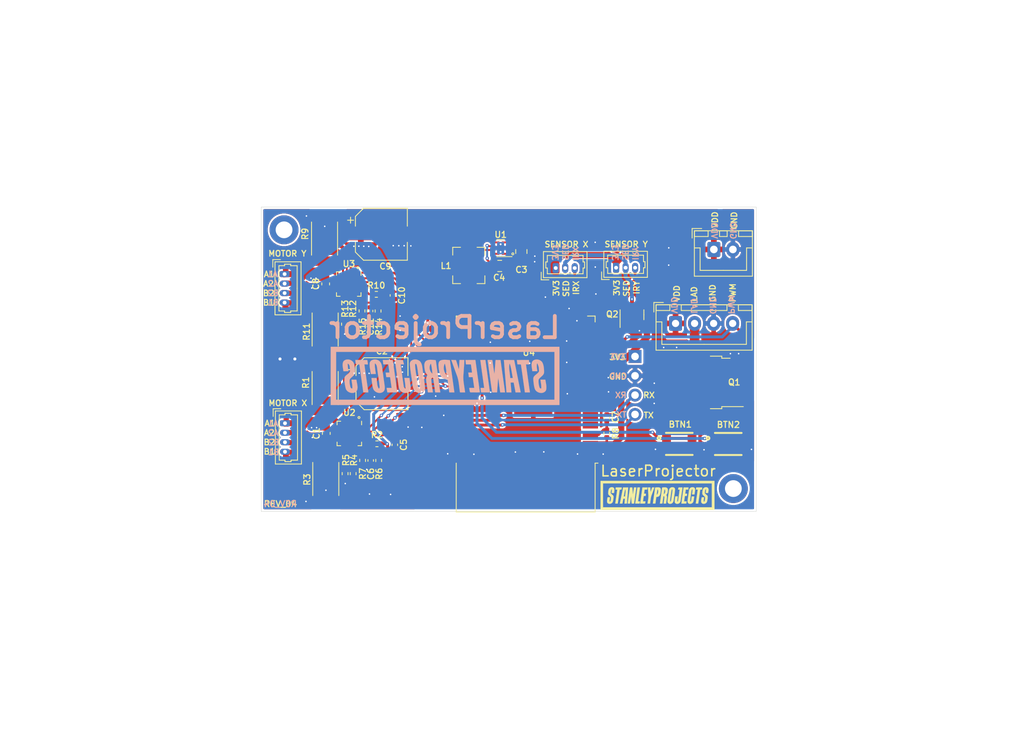
<source format=kicad_pcb>
(kicad_pcb (version 20211014) (generator pcbnew)
  (layers (0 "F.Cu" signal) (31 "B.Cu" signal) (34 "B.Paste" user) (35 "F.Paste" user) (36 "B.SilkS" user "B.Silkscreen") (37 "F.SilkS" user "F.Silkscreen") (38 "B.Mask" user) (39 "F.Mask" user) (44 "Edge.Cuts" user))
  (net 0 "")
  (net 1 "GND")
  (net 2 "+3V3")
  (net 3 "VDD")
  (net 4 "Net-(R4-Pad2)")
  (net 5 "MODE1")
  (net 6 "MODE2")
  (net 7 "HOME_Y")
  (net 8 "HOME_X")
  (net 9 "HOME_G")
  (net 10 "DIR_Y")
  (net 11 "Net-(R9-Pad2)")
  (net 12 "DIR_X")
  (net 13 "STEP_X")
  (net 14 "STEP_Y")
  (net 15 "EN")
  (net 16 "RX")
  (net 17 "TX")
  (net 18 "Net-(C6-Pad1)")
  (net 19 "Net-(C11-Pad1)")
  (net 20 "XA2")
  (net 21 "XA1")
  (net 22 "YA2")
  (net 23 "YB2")
  (net 24 "YA1")
  (net 25 "YB1")
  (net 26 "Net-(R1-Pad2)")
  (net 27 "Net-(R2-Pad1)")
  (net 28 "Net-(R3-Pad2)")
  (net 29 "Net-(R6-Pad1)")
  (net 30 "Net-(R10-Pad1)")
  (net 31 "Net-(R11-Pad2)")
  (net 32 "Net-(R12-Pad2)")
  (net 33 "Net-(R14-Pad1)")
  (net 34 "XB1")
  (net 35 "XB2")
  (net 36 "Net-(U4-Pad24)")
  (net 37 "Net-(U4-Pad22)")
  (net 38 "Net-(U4-Pad21)")
  (net 39 "Net-(U4-Pad20)")
  (net 40 "Net-(U4-Pad19)")
  (net 41 "Net-(U4-Pad18)")
  (net 42 "Net-(U4-Pad17)")
  (net 43 "Net-(U4-Pad14)")
  (net 44 "Net-(U4-Pad10)")
  (net 45 "Net-(U4-Pad9)")
  (net 46 "Net-(U4-Pad8)")
  (net 47 "Net-(U4-Pad7)")
  (net 48 "Net-(U4-Pad6)")
  (net 49 "Net-(U4-Pad5)")
  (net 50 "Net-(U4-Pad4)")
  (net 51 "Net-(U4-Pad32)")
  (net 52 "BTN2")
  (net 53 "BTN1")
  (net 54 "Net-(U4-Pad27)")
  (net 55 "Net-(U4-Pad23)")
  (net 56 "Net-(L1-Pad1)")
  (net 57 "HOME_D")
  (net 58 "LASER_PWM")
  (net 59 "LASER_D")
  (net 60 "Net-(C7-Pad1)")
  (footprint "StanleyProjects:Molex_PicoBlade_53047-0310_1x03_P1.25mm_Vertical" (layer "F.Cu") (at 158.22 86.48)
    (fp_text reference "J3" hide)
    (fp_text value "J_Molex-PicoBlade-3P-P1.25mm" hide)
  )
  (footprint "Package_TO_SOT_SMD:TO-252-2" (layer "F.Cu") (at 176.33 101.51 180)
    (fp_text reference "Q1")
    (fp_text value "NCE2060K")
  )
  (footprint "StanleyProjects:Molex_PicoBlade_53047-0310_1x03_P1.25mm_Vertical" (layer "F.Cu") (at 166.15 86.44)
    (fp_text reference "J4" hide)
    (fp_text value "J_Molex-PicoBlade-3P-P1.25mm" hide)
  )
  (footprint "Package_TO_SOT_SMD:SOT-23" (layer "F.Cu") (at 167.01 92.62 90)
    (fp_text reference "Q2")
    (fp_text value "NMOS")
  )
  (footprint "Connector_JST:JST_XH_B4B-XH-A_1x04_P2.50mm_Vertical" (layer "F.Cu") (at 172.73 93.76)
    (fp_text reference "J5" hide)
    (fp_text value "JST-XH-B4B")
  )
  (footprint "StanleyProjects:Molex_PicoBlade_53047-0410_1x04_P1.25mm_Vertical" (layer "F.Cu") (at 121.39 89.14 -90)
    (fp_text reference "J7" hide)
    (fp_text value "J_Molex-PicoBlade-4P-P1.25mm")
  )
  (footprint "MountingHole:MountingHole_2.2mm_M2_DIN965_Pad" (layer "F.Cu") (at 180.32 115.46)
    (fp_text reference "REF**" hide)
    (fp_text value "MountingHole_2.2mm_M2_DIN965_Pad")
  )
  (footprint "MountingHole:MountingHole_2.2mm_M2_DIN965_Pad" (layer "F.Cu") (at 121.32 81.46)
    (fp_text reference "REF**" hide)
    (fp_text value "MountingHole_2.2mm_M2_DIN965_Pad")
  )
  (footprint "Capacitor_SMD:C_0402_1005Metric" (layer "F.Cu") (at 163.7 106.2 90)
    (fp_text reference "C7")
    (fp_text value "100nF")
  )
  (footprint "Resistor_SMD:R_0402_1005Metric" (layer "F.Cu") (at 163.7 108.21 -90)
    (fp_text reference "R8")
    (fp_text value "10k")
  )
  (footprint "StanleyProjects:Molex_PicoBlade_53047-0410_1x04_P1.25mm_Vertical" (layer "F.Cu") (at 121.44 108.74 -90)
    (fp_text reference "J1" hide)
    (fp_text value "J_Molex-PicoBlade-4P-P1.25mm")
  )
  (footprint "Resistor_SMD:R_0402_1005Metric" (layer "F.Cu") (at 129.337568 113.497682 -90)
    (fp_text reference "R5")
    (fp_text value "3k")
  )
  (footprint "StanleyProjects:STSPIN220" (layer "F.Cu") (at 129.895367 108.219285 -90)
    (fp_text reference "U2")
    (fp_text value "STSPIN220")
  )
  (footprint "Resistor_SMD:R_0402_1005Metric" (layer "F.Cu") (at 133.747568 111.767681 90)
    (fp_text reference "R6")
    (fp_text value "1k")
  )
  (footprint "Resistor_SMD:R_0402_1005Metric" (layer "F.Cu") (at 130.397568 113.497682 90)
    (fp_text reference "R4")
    (fp_text value "100k")
  )
  (footprint "Capacitor_SMD:C_0402_1005Metric" (layer "F.Cu") (at 132.697569 111.767682 -90)
    (fp_text reference "C6")
    (fp_text value "22nF")
  )
  (footprint "Resistor_SMD:R_2512_6332Metric" (layer "F.Cu") (at 126.8 114.2 90)
    (fp_text reference "R3")
    (fp_text value "0.2R")
  )
  (footprint "Resistor_SMD:R_2512_6332Metric" (layer "F.Cu") (at 126.72 102.25 -90)
    (fp_text reference "R1")
    (fp_text value "0.2R")
  )
  (footprint "Capacitor_SMD:C_0603_1608Metric" (layer "F.Cu") (at 126.867568 108.207682 -90)
    (fp_text reference "C1")
    (fp_text value "2.2uF")
  )
  (footprint "Resistor_SMD:R_0402_1005Metric" (layer "F.Cu") (at 133.517568 109.577682)
    (fp_text reference "R2")
    (fp_text value "47k")
  )
  (footprint "Capacitor_SMD:C_0402_1005Metric" (layer "F.Cu") (at 135.87 109.71 -90)
    (fp_text reference "C5")
    (fp_text value "1nF")
  )
  (footprint "Resistor_SMD:R_0402_1005Metric" (layer "F.Cu") (at 131.637568 111.757682 -90)
    (fp_text reference "R7")
    (fp_text value "10k")
  )
  (footprint "Capacitor_SMD:CP_Elec_6.3x5.8" (layer "F.Cu") (at 134.18 101.68)
    (fp_text reference "C2")
    (fp_text value "22uF")
  )
  (footprint "Resistor_SMD:R_0402_1005Metric" (layer "F.Cu") (at 131.557568 92.117682 -90)
    (fp_text reference "R15")
    (fp_text value "10k")
  )
  (footprint "Capacitor_SMD:C_0402_1005Metric" (layer "F.Cu") (at 135.617568 90.077682 -90)
    (fp_text reference "C10")
    (fp_text value "1nF")
  )
  (footprint "Resistor_SMD:R_0402_1005Metric" (layer "F.Cu") (at 133.437568 89.937682)
    (fp_text reference "R10")
    (fp_text value "47k")
  )
  (footprint "Capacitor_SMD:C_0603_1608Metric" (layer "F.Cu") (at 126.787568 88.567682 -90)
    (fp_text reference "C8")
    (fp_text value "2.2uF")
  )
  (footprint "Resistor_SMD:R_2512_6332Metric" (layer "F.Cu") (at 126.64 82.61 -90)
    (fp_text reference "R9")
    (fp_text value "0.2R")
  )
  (footprint "Resistor_SMD:R_2512_6332Metric" (layer "F.Cu") (at 126.72 94.56 90)
    (fp_text reference "R11")
    (fp_text value "0.2R")
  )
  (footprint "Capacitor_SMD:C_0402_1005Metric" (layer "F.Cu") (at 132.617569 92.127682 -90)
    (fp_text reference "C11")
    (fp_text value "22nF")
  )
  (footprint "Resistor_SMD:R_0402_1005Metric" (layer "F.Cu") (at 130.317568 93.857682 90)
    (fp_text reference "R12")
    (fp_text value "100k")
  )
  (footprint "Resistor_SMD:R_0402_1005Metric" (layer "F.Cu") (at 133.667568 92.127681 90)
    (fp_text reference "R14")
    (fp_text value "1k")
  )
  (footprint "Resistor_SMD:R_0402_1005Metric" (layer "F.Cu") (at 129.257568 93.857682 -90)
    (fp_text reference "R13")
    (fp_text value "3k")
  )
  (footprint "Capacitor_SMD:CP_Elec_6.3x5.8" (layer "F.Cu") (at 134.1 82.04)
    (fp_text reference "C9")
    (fp_text value "22uF")
  )
  (footprint "Capacitor_SMD:C_0805_2012Metric" (layer "F.Cu") (at 152.48 84.31 -90)
    (fp_text reference "C3")
    (fp_text value "10uF")
  )
  (footprint "Capacitor_SMD:C_0805_2012Metric" (layer "F.Cu") (at 149.64 86.21)
    (fp_text reference "C4")
    (fp_text value "22uF")
  )
  (footprint "StanleyProjects:VLCF4020" (layer "F.Cu") (at 145.58 86.14 -90)
    (fp_text reference "L1")
    (fp_text value "2.2uH")
  )
  (footprint "Package_SON:WSON-8-1EP_2x2mm_P0.5mm_EP0.9x1.6mm_ThermalVias" (layer "F.Cu") (at 149.76 83.86 180)
    (fp_text reference "U1")
    (fp_text value "TPS62162DSG")
  )
  (footprint "StanleyProjects:X_Logo_stanleyprojects_15mm" (layer "F.Cu") (at 170.36 116.35)
    (fp_text reference "G***" hide)
    (fp_text value "LOGO" hide)
  )
  (footprint "Connector_JST:JST_XH_B2B-XH-A_1x02_P2.50mm_Vertical" (layer "F.Cu") (at 177.76 84.04)
    (fp_text reference "J2" hide)
    (fp_text value "JST-XH-B2B")
  )
  (footprint "StanleyProjects:STSPIN220" (layer "F.Cu") (at 129.815367 88.579285 -90)
    (fp_text reference "U3")
    (fp_text value "STSPIN220")
  )
  (footprint "Connector_PinHeader_2.54mm:PinHeader_1x04_P2.54mm_Vertical" (layer "F.Cu") (at 167.41 98.1)
    (fp_text reference "J6" hide)
    (fp_text value "Conn_01x04")
  )
  (footprint "RF_Module:ESP32-WROOM-32" (layer "F.Cu") (at 153.05 102.67 180)
    (fp_text reference "U4")
    (fp_text value "ESP32")
  )
  (footprint "StanleyProjects:SW_EVPAA" (layer "F.Cu") (at 179.65 109.6)
    (fp_text reference "BTN2")
    (fp_text value "EVPAA602W" hide)
  )
  (footprint "StanleyProjects:SW_EVPAA" (layer "F.Cu") (at 173.22 109.59)
    (fp_text reference "BTN1")
    (fp_text value "EVPAA602W" hide)
  )
  (footprint "StanleyProjects:X_Logo_stanleyprojects_30mm" (layer "B.Cu") (at 142.4705 100.651 180)
    (fp_text reference "G***" hide)
    (fp_text value "LOGO" hide)
  )
  (gr_circle (center 131.16 106.12) (end 131.26 106.2) (layer "F.SilkS") (width 0.12) (fill none))
  (gr_circle (center 151.36 84.62) (end 151.46 84.7) (layer "F.SilkS") (width 0.12) (fill none))
  (gr_circle (center 131.01 86.421938) (end 131.11 86.501938) (layer "F.SilkS") (width 0.12) (fill none))
  (gr_line (start 118.32 78.46) (end 183.32 78.46) (layer "Edge.Cuts") (width 0.05))
  (gr_line (start 118.32 78.46) (end 118.32 118.46) (layer "Edge.Cuts") (width 0.05))
  (gr_line (start 183.32 78.46) (end 183.32 118.46) (layer "Edge.Cuts") (width 0.05))
  (gr_line (start 118.32 118.46) (end 183.32 118.46) (layer "Edge.Cuts") (width 0.05))
  (gr_text "VDD" (at 177.82 81.54 270) (layer "B.SilkS") (effects (font (size 0.75 0.75)) (justify mirror)))
  (gr_text "3V3" (at 156.9 84.44 270) (layer "B.SilkS") (effects (font (size 0.75 0.75)) (justify mirror)))
  (gr_text "SED" (at 158.24 84.4 -90) (layer "B.SilkS") (effects (font (size 0.75 0.75)) (justify mirror)))
  (gr_text "IRX" (at 159.56 84.59 -90) (layer "B.SilkS") (effects (font (size 0.75 0.75)) (justify mirror)))
  (gr_text "IRY" (at 167.43 84.56 -90) (layer "B.SilkS") (effects (font (size 0.75 0.75)) (justify mirror)))
  (gr_text "SED" (at 166.11 84.4 -90) (layer "B.SilkS") (effects (font (size 0.75 0.75)) (justify mirror)))
  (gr_text "3V3" (at 164.77 84.44 270) (layer "B.SilkS") (effects (font (size 0.75 0.75)) (justify mirror)))
  (gr_text "VDD" (at 172.54 91.35 270) (layer "B.SilkS") (effects (font (size 0.75 0.75)) (justify mirror)))
  (gr_text "LAD" (at 175.15 91.45 -90) (layer "B.SilkS") (effects (font (size 0.75 0.75)) (justify mirror)))
  (gr_text "PWM" (at 180.03 91.28 -90) (layer "B.SilkS") (effects (font (size 0.75 0.75)) (justify mirror)))
  (gr_text "A1" (at 119.79 87.29) (layer "B.SilkS") (effects (font (size 0.75 0.75)) (justify mirror)))
  (gr_text "A2" (at 119.87 88.53) (layer "B.SilkS") (effects (font (size 0.75 0.75)) (justify mirror)))
  (gr_text "B2" (at 119.85 89.78) (layer "B.SilkS") (effects (font (size 0.75 0.75)) (justify mirror)))
  (gr_text "B1" (at 119.84 91.01) (layer "B.SilkS") (effects (font (size 0.75 0.75)) (justify mirror)))
  (gr_text "A2" (at 119.91 108.16) (layer "B.SilkS") (effects (font (size 0.75 0.75)) (justify mirror)))
  (gr_text "A1" (at 119.87 106.92) (layer "B.SilkS") (effects (font (size 0.75 0.75)) (justify mirror)))
  (gr_text "B1" (at 119.93 110.68) (layer "B.SilkS") (effects (font (size 0.75 0.75)) (justify mirror)))
  (gr_text "B2" (at 119.94 109.39) (layer "B.SilkS") (effects (font (size 0.75 0.75)) (justify mirror)))
  (gr_text "3V3" (at 165.25 98.14) (layer "B.SilkS") (effects (font (size 0.75 0.75)) (justify mirror)))
  (gr_text "GND" (at 165.21 100.68) (layer "B.SilkS") (effects (font (size 0.75 0.75)) (justify mirror)))
  (gr_text "RX" (at 165.54 103.19) (layer "B.SilkS") (effects (font (size 0.75 0.75)) (justify mirror)))
  (gr_text "TX" (at 165.64 105.76) (layer "B.SilkS") (effects (font (size 0.75 0.75)) (justify mirror)))
  (gr_text "LaserProjector" (at 142.407 94.301) (layer "B.SilkS") (effects (font (size 2.8 2.8) (thickness 0.5)) (justify mirror)))
  (gr_text "REV_04" (at 120.817 117.4785) (layer "B.SilkS") (effects (font (size 0.8 0.8)) (justify mirror)))
  (gr_text "GND" (at 180.28 81.54 270) (layer "B.SilkS") (effects (font (size 0.75 0.75)) (justify mirror)))
  (gr_text "GND" (at 177.62 91.39 270) (layer "B.SilkS") (effects (font (size 0.75 0.75)) (justify mirror)))
  (gr_text "SENSOR Y" (at 166.25 83.36) (layer "F.SilkS") (effects (font (size 0.75 0.75))))
  (gr_text "MOTOR Y" (at 121.76 84.58) (layer "F.SilkS") (effects (font (size 0.75 0.75))))
  (gr_text "MOTOR X" (at 121.82 104.23) (layer "F.SilkS") (effects (font (size 0.75 0.75))))
  (gr_text "SENSOR X" (at 158.41 83.37) (layer "F.SilkS") (effects (font (size 0.75 0.75))))
  (gr_text "LAD" (at 175.18 89.91 90) (layer "F.SilkS") (effects (font (size 0.75 0.75))))
  (gr_text "PWM" (at 180.25 89.74 90) (layer "F.SilkS") (effects (font (size 0.75 0.75))))
  (gr_text "GND\n" (at 177.6 89.78 90) (layer "F.SilkS") (effects (font (size 0.75 0.75))))
  (gr_text "GND" (at 180.43 80.23 90) (layer "F.SilkS") (effects (font (size 0.75 0.75))))
  (gr_text "VDD" (at 177.91 80.14 90) (layer "F.SilkS") (effects (font (size 0.75 0.75))))
  (gr_text "VDD" (at 172.9 89.82 90) (layer "F.SilkS") (effects (font (size 0.75 0.75))))
  (gr_text "REV_04" (at 120.86 117.48) (layer "F.SilkS") (effects (font (size 0.8 0.8))))
  (gr_text "LaserProjector" (at 170.45 113.15) (layer "F.SilkS") (effects (font (size 1.4 1.4) (thickness 0.2))))
  (gr_text "A1" (at 119.36 87.3) (layer "F.SilkS") (effects (font (size 0.75 0.75))))
  (gr_text "B2" (at 119.3 89.79) (layer "F.SilkS") (effects (font (size 0.75 0.75))))
  (gr_text "A2" (at 119.28 88.54) (layer "F.SilkS") (effects (font (size 0.75 0.75))))
  (gr_text "B1" (at 119.31 91.02) (layer "F.SilkS") (effects (font (size 0.75 0.75))))
  (gr_text "B1" (at 119.41 110.6) (layer "F.SilkS") (effects (font (size 0.75 0.75))))
  (gr_text "A2" (at 119.38 108.12) (layer "F.SilkS") (effects (font (size 0.75 0.75))))
  (gr_text "B2" (at 119.4 109.37) (layer "F.SilkS") (effects (font (size 0.75 0.75))))
  (gr_text "A1" (at 119.46 106.88) (layer "F.SilkS") (effects (font (size 0.75 0.75))))
  (gr_text "IRX" (at 159.68 89.087 90) (layer "F.SilkS") (effects (font (size 0.75 0.75))))
  (gr_text "3V3" (at 157.07 89.127 90) (layer "F.SilkS") (effects (font (size 0.75 0.75))))
  (gr_text "SED" (at 158.36 89.187 90) (layer "F.SilkS") (effects (font (size 0.75 0.75))))
  (gr_text "IRY" (at 167.62 89.047 90) (layer "F.SilkS") (effects (font (size 0.75 0.75))))
  (gr_text "3V3" (at 165.01 89.087 90) (layer "F.SilkS") (effects (font (size 0.75 0.75))))
  (gr_text "SED" (at 166.3 89.147 90) (layer "F.SilkS") (effects (font (size 0.75 0.75))))
  (gr_text "TX" (at 169.2 105.83) (layer "F.SilkS") (effects (font (size 0.75 0.75))))
  (gr_text "3V3" (at 165.08 98.19) (layer "F.SilkS") (effects (font (size 0.75 0.75))))
  (gr_text "GND" (at 165.15 100.75) (layer "F.SilkS") (effects (font (size 0.75 0.75))))
  (gr_text "RX" (at 169.25 103.19) (layer "F.SilkS") (effects (font (size 0.75 0.75))))
  (segment (start 162.230004 92.68) (end 162.23 92.679996) (width 0.508) (layer "F.Cu") (net 1))
  (segment (start 131.637568 112.267682) (end 132.677568 112.267682) (width 0.254) (layer "F.Cu") (net 1))
  (segment (start 128.407867 108.469285) (end 127.380965 108.469285) (width 0.254) (layer "F.Cu") (net 1))
  (segment (start 132.677568 112.267682) (end 132.697568 112.247683) (width 0.254) (layer "F.Cu") (net 1))
  (segment (start 127.380965 108.469285) (end 126.867567 108.982682) (width 0.254) (layer "F.Cu") (net 1))
  (segment (start 129.758061 108.464235) (end 128.404811 108.468132) (width 0.254) (layer "F.Cu") (net 1))
  (segment (start 129.678061 88.824235) (end 128.324811 88.828132) (width 0.254) (layer "F.Cu") (net 1))
  (segment (start 127.300965 88.829285) (end 126.787567 89.342682) (width 0.254) (layer "F.Cu") (net 1))
  (segment (start 132.597568 92.627682) (end 132.617568 92.607683) (width 0.254) (layer "F.Cu") (net 1))
  (segment (start 128.327867 88.829285) (end 127.300965 88.829285) (width 0.254) (layer "F.Cu") (net 1))
  (segment (start 131.557568 92.627682) (end 132.597568 92.627682) (width 0.254) (layer "F.Cu") (net 1))
  (segment (start 148.81 84.61) (end 149.51 84.61) (width 0.25) (layer "F.Cu") (net 1))
  (segment (start 149.51 84.61) (end 149.76 84.36) (width 0.25) (layer "F.Cu") (net 1))
  (segment (start 148.81 83.11) (end 149.51 83.11) (width 0.25) (layer "F.Cu") (net 1))
  (segment (start 150.01 83.11) (end 149.76 83.36) (width 0.25) (layer "F.Cu") (net 1))
  (segment (start 150.71 83.11) (end 150.01 83.11) (width 0.25) (layer "F.Cu") (net 1))
  (segment (start 149.51 83.11) (end 149.76 83.36) (width 0.25) (layer "F.Cu") (net 1))
  (segment (start 150.01 84.61) (end 149.76 84.36) (width 0.25) (layer "F.Cu") (net 1))
  (segment (start 150.71 84.61) (end 150.01 84.61) (width 0.25) (layer "F.Cu") (net 1))
  (via (at 120.79 98.43) (size 0.8) (drill 0.4) (layers "F.Cu" "B.Cu") (net 1))
  (via (at 171.84 83.83) (size 0.45) (drill 0.2) (layers "F.Cu" "B.Cu") (net 1))
  (via (at 129.36 114.8) (size 0.45) (drill 0.2) (layers "F.Cu" "B.Cu") (net 1))
  (via (at 125.03226 108.749561) (size 0.45) (drill 0.2) (layers "F.Cu" "B.Cu") (net 1))
  (via (at 132.17 112.94) (size 0.45) (drill 0.2) (layers "F.Cu" "B.Cu") (net 1))
  (via (at 125.853478 108.72717) (size 0.45) (drill 0.2) (layers "F.Cu" "B.Cu") (net 1))
  (via (at 125.773478 89.08717) (size 0.45) (drill 0.2) (layers "F.Cu" "B.Cu") (net 1))
  (via (at 132.09 93.3) (size 0.45) (drill 0.2) (layers "F.Cu" "B.Cu") (net 1))
  (via (at 124.95226 89.109561) (size 0.45) (drill 0.2) (layers "F.Cu" "B.Cu") (net 1))
  (via (at 129.28 95.16) (size 0.45) (drill 0.2) (layers "F.Cu" "B.Cu") (net 1))
  (via (at 172.87 96.91) (size 0.45) (drill 0.2) (layers "F.Cu" "B.Cu") (net 1))
  (via (at 142.81 110.89) (size 0.45) (drill 0.2) (layers "F.Cu" "B.Cu") (net 1))
  (via (at 133.19 103.41) (size 0.45) (drill 0.2) (layers "F.Cu" "B.Cu") (net 1))
  (via (at 159.78 93.41) (size 0.45) (drill 0.2) (layers "F.Cu" "B.Cu") (net 1))
  (via (at 148.41 96.23) (size 0.45) (drill 0.2) (layers "F.Cu" "B.Cu") (net 1))
  (via (at 162.18 83.1) (size 0.45) (drill 0.2) (layers "F.Cu" "B.Cu") (net 1))
  (via (at 136.39 83.55) (size 0.45) (drill 0.2) (layers "F.Cu" "B.Cu") (net 1))
  (via (at 122.74 98.43) (size 0.8) (drill 0.4) (layers "F.Cu" "B.Cu") (net 1))
  (via (at 167.99 94.72) (size 0.45) (drill 0.2) (layers "F.Cu" "B.Cu") (net 1))
  (via (at 163.93 102.75) (size 0.45) (drill 0.2) (layers "F.Cu" "B.Cu") (net 1))
  (via (at 154.23 85.65) (size 0.45) (drill 0.2) (layers "F.Cu" "B.Cu") (net 1))
  (via (at 151.7 110.66) (size 0.45) (drill 0.2) (layers "F.Cu" "B.Cu") (net 1))
  (via (at 158.52 103) (size 0.45) (drill 0.2) (layers "F.Cu" "B.Cu") (net 1))
  (via (at 124.2 117.15) (size 0.45) (drill 0.2) (layers "F.Cu" "B.Cu") (net 1))
  (via (at 170.093 110.303) (size 0.45) (drill 0.2) (layers "F.Cu" "B.Cu") (net 1))
  (via (at 148.39 98.96) (size 0.45) (drill 0.2) (layers "F.Cu" "B.Cu") (net 1))
  (via (at 142.29 105.84) (size 0.45) (drill 0.2) (layers "F.Cu" "B.Cu") (net 1))
  (via (at 136.56 92.79) (size 0.45) (drill 0.2) (layers "F.Cu" "B.Cu") (net 1))
  (via (at 158.44 98.88) (size 0.45) (drill 0.2) (layers "F.Cu" "B.Cu") (net 1))
  (via (at 148.46 102.8) (size 0.45) (drill 0.2) (layers "F.Cu" "B.Cu") (net 1))
  (via (at 179.9355 97.73) (size 0.45) (drill 0.2) (layers "F.Cu" "B.Cu") (net 1))
  (via (at 158.43 96.07) (size 0.45) (drill 0.2) (layers "F.Cu" "B.Cu") (net 1))
  (via (at 158.75 91.8) (size 0.45) (drill 0.2) (layers "F.Cu" "B.Cu") (net 1))
  (via (at 171.83 86.1) (size 0.45) (drill 0.2) (layers "F.Cu" "B.Cu") (net 1))
  (via (at 135.66 83.54) (size 0.45) (drill 0.2) (layers "F.Cu" "B.Cu") (net 1))
  (via (at 154.25 84.92) (size 0.45) (drill 0.2) (layers "F.Cu" "B.Cu") (net 1))
  (via (at 126.82 115.68) (size 0.45) (drill 0.2) (layers "F.Cu" "B.Cu") (net 1))
  (via (at 153.58 96.11) (size 0.45) (drill 0.2) (layers "F.Cu" "B.Cu") (net 1))
  (via (at 176.47 110.36) (size 0.45) (drill 0.2) (layers "F.Cu" "B.Cu") (net 1))
  (via (at 163.9 100.88) (size 0.45) (drill 0.2) (layers "F.Cu" "B.Cu") (net 1))
  (via (at 124.26 79.64) (size 0.45) (drill 0.2) (layers "F.Cu" "B.Cu") (net 1))
  (via (at 163.23 110.93) (size 0.45) (drill 0.2) (layers "F.Cu" "B.Cu") (net 1))
  (via (at 137.09 83.55) (size 0.45) (drill 0.2) (layers "F.Cu" "B.Cu") (net 1))
  (via (at 169.94 101.62) (size 0.45) (drill 0.2) (layers "F.Cu" "B.Cu") (net 1))
  (via (at 136.84 99.45) (size 0.45) (drill 0.2) (layers "F.Cu" "B.Cu") (net 1))
  (via (at 182.7 110.31) (size 0.45) (drill 0.2) (layers "F.Cu" "B.Cu") (net 1))
  (via (at 181.015 97.73) (size 0.45) (drill 0.2) (layers "F.Cu" "B.Cu") (net 1))
  (via (at 153.57 98.99) (size 0.45) (drill 0.2) (layers "F.Cu" "B.Cu") (net 1))
  (via (at 146.25 110.95) (size 0.45) (drill 0.2) (layers "F.Cu" "B.Cu") (net 1))
  (via (at 159.86 110.92) (size 0.45) (drill 0.2) (layers "F.Cu" "B.Cu") (net 1))
  (via (at 141.23 103.31) (size 0.45) (drill 0.2) (layers "F.Cu" "B.Cu") (net 1))
  (via (at 139.41 107.42) (size 0.45) (drill 0.2) (layers "F.Cu" "B.Cu") (net 1))
  (via (at 169.93 104.27) (size 0.45) (drill 0.2) (layers "F.Cu" "B.Cu") (net 1))
  (via (at 136.56 94.67) (size 0.45) (drill 0.2) (layers "F.Cu" "B.Cu") (net 1))
  (via (at 171.17 96.92) (size 0.45) (drill 0.2) (layers "F.Cu" "B.Cu") (net 1))
  (via (at 132.54 116.18) (size 0.45) (drill 0.2) (layers "F.Cu" "B.Cu") (net 1))
  (via (at 136.87 100.16) (size 0.45) (drill 0.2) (layers "F.Cu" "B.Cu") (net 1))
  (via (at 135.31 116.23) (size 0.45) (drill 0.2) (layers "F.Cu" "B.Cu") (net 1))
  (via (at 155.43 110.64) (size 0.45) (drill 0.2) (layers "F.Cu" "B.Cu") (net 1))
  (via (at 137.61 107.38) (size 0.45) (drill 0.2) (layers "F.Cu" "B.Cu") (net 1))
  (via (at 155.64 90.3) (size 0.45) (drill 0.2) (layers "F.Cu" "B.Cu") (net 1))
  (via (at 162.19 86.35) (size 0.45) (drill 0.2) (layers "F.Cu" "B.Cu") (net 1))
  (via (at 137.97 83.57) (size 0.45) (drill 0.2) (layers "F.Cu" "B.Cu") (net 1))
  (via (at 162.27 89.89) (size 0.45) (drill 0.2) (layers "F.Cu" "B.Cu") (net 1))
  (via (at 126.66 81) (size 0.45) (drill 0.2) (layers "F.Cu" "B.Cu") (net 1))
  (segment (start 133.785785 94.367682) (end 130.317568 94.367682) (width 0.381) (layer "F.Cu") (net 2))
  (segment (start 164.92064 85.79) (end 164.92064 86.44) (width 0.8128) (layer "F.Cu") (net 2))
  (segment (start 164.92064 86.44) (end 164.92064 85.72064) (width 0.8128) (layer "F.Cu") (net 2))
  (segment (start 148 85.2) (end 148 85.41) (width 0.254) (layer "F.Cu") (net 2))
  (segment (start 164.92064 85.72064) (end 163.98 84.78) (width 0.8128) (layer "F.Cu") (net 2))
  (segment (start 163.7 109.62) (end 163.665 109.655) (width 0.3302) (layer "F.Cu") (net 2))
  (segment (start 163.665 109.655) (end 164.655 109.655) (width 0.8128) (layer "F.Cu") (net 2))
  (segment (start 157.77 84.78) (end 156.99064 85.55936) (width 0.8128) (layer "F.Cu") (net 2))
  (segment (start 167.34 97.25) (end 168.966401 95.623599) (width 0.8128) (layer "F.Cu") (net 2))
  (segment (start 134.92 112.953467) (end 134.92 109.65) (width 0.381) (layer "F.Cu") (net 2))
  (segment (start 142.595 87.665) (end 140.2 90.06) (width 0.381) (layer "F.Cu") (net 2))
  (segment (start 156.99064 85.55936) (end 156.99064 86.48) (width 0.8128) (layer "F.Cu") (net 2))
  (segment (start 148.49 85.9) (end 148.49 86.01) (width 0.254) (layer "F.Cu") (net 2))
  (segment (start 165.6 108.71) (end 165.6 105.52) (width 0.8128) (layer "F.Cu") (net 2))
  (segment (start 140.2 90.06) (end 140.2 93.71) (width 0.381) (layer "F.Cu") (net 2))
  (segment (start 147.995 87.665) (end 145.58 87.665) (width 0.25) (layer "F.Cu") (net 2))
  (segment (start 148.81 83.61) (end 148.07 83.61) (width 0.254) (layer "F.Cu") (net 2))
  (segment (start 165.6 105.52) (end 165.6 98.99) (width 0.8128) (layer "F.Cu") (net 2))
  (segment (start 135.9 98.92) (end 135.9 98.94) (width 0.381) (layer "F.Cu") (net 2))
  (segment (start 148.59 86.31) (end 148.59 87.07) (width 0.25) (layer "F.Cu") (net 2))
  (segment (start 168.966401 95.623599) (end 168.966401 85.816401) (width 0.8128) (layer "F.Cu") (net 2))
  (segment (start 164.655 109.655) (end 165.6 108.71) (width 0.8128) (layer "F.Cu") (net 2))
  (segment (start 148.69 86.21) (end 148.59 86.31) (width 0.25) (layer "F.Cu") (net 2))
  (segment (start 134.59 95.171897) (end 134.59 97.61) (width 0.381) (layer "F.Cu") (net 2))
  (segment (start 134.477682 89.937682) (end 134.84 90.3) (width 0.381) (layer "F.Cu") (net 2))
  (segment (start 163.98 84.78) (end 157.77 84.78) (width 0.8128) (layer "F.Cu") (net 2))
  (segment (start 165.87064 84.84) (end 164.92064 85.79) (width 0.8128) (layer "F.Cu") (net 2))
  (segment (start 148 85.41) (end 148.49 85.9) (width 0.254) (layer "F.Cu") (net 2))
  (segment (start 168.966401 85.816401) (end 167.99 84.84) (width 0.8128) (layer "F.Cu") (net 2))
  (segment (start 133.865785 114.007682) (end 134.92 112.953467) (width 0.381) (layer "F.Cu") (net 2))
  (segment (start 167.99 84.84) (end 165.87064 84.84) (width 0.8128) (layer "F.Cu") (net 2))
  (segment (start 148.07 83.61) (end 147.99 83.53) (width 0.254) (layer "F.Cu") (net 2))
  (segment (start 134.59 97.61) (end 135.9 98.92) (width 0.381) (layer "F.Cu") (net 2))
  (segment (start 165.405 105.715) (end 165.6 105.52) (width 0.3302) (layer "F.Cu") (net 2))
  (segment (start 133.785785 94.367682) (end 134.59 95.171897) (width 0.381) (layer "F.Cu") (net 2))
  (segment (start 134.92 109.65) (end 134.86 109.59) (width 0.381) (layer "F.Cu") (net 2))
  (segment (start 163.7 105.715) (end 165.405 105.715) (width 0.3302) (layer "F.Cu") (net 2))
  (segment (start 165.6 98.99) (end 167.34 97.25) (width 0.8128) (layer "F.Cu") (net 2))
  (segment (start 134.027568 109.577682) (end 134.847682 109.577682) (width 0.381) (layer "F.Cu") (net 2))
  (segment (start 145.58 87.665) (end 142.595 87.665) (width 0.381) (layer "F.Cu") (net 2))
  (segment (start 130.397568 114.007682) (end 133.865785 114.007682) (width 0.381) (layer "F.Cu") (net 2))
  (segment (start 134.84 90.3) (end 134.84 93.313467) (width 0.381) (layer "F.Cu") (net 2))
  (segment (start 148.49 86.01) (end 148.69 86.21) (width 0.254) (layer "F.Cu") (net 2))
  (segment (start 134.84 93.313467) (end 133.785785 94.367682) (width 0.381) (layer "F.Cu") (net 2))
  (segment (start 148.59 87.07) (end 147.995 87.665) (width 0.25) (layer "F.Cu") (net 2))
  (segment (start 163.7 108.695) (end 163.7 109.62) (width 0.3302) (layer "F.Cu") (net 2))
  (segment (start 161.55 109.655) (end 163.665 109.655) (width 0.8128) (layer "F.Cu") (net 2))
  (segment (start 133.947568 89.937682) (end 134.477682 89.937682) (width 0.381) (layer "F.Cu") (net 2))
  (segment (start 134.847682 109.577682) (end 134.86 109.59) (width 0.381) (layer "F.Cu") (net 2))
  (via (at 134.86 109.59) (size 0.45) (drill 0.2) (layers "F.Cu" "B.Cu") (net 2))
  (via (at 148 85.2) (size 0.45) (drill 0.2) (layers "F.Cu" "B.Cu") (net 2))
  (via (at 140.2 93.71) (size 0.45) (drill 0.2) (layers "F.Cu" "B.Cu") (net 2))
  (via (at 147.99 83.53) (size 0.45) (drill 0.2) (layers "F.Cu" "B.Cu") (net 2))
  (via (at 135.9 98.94) (size 0.45) (drill 0.2) (layers "F.Cu" "B.Cu") (net 2))
  (segment (start 133.09 105.67) (end 133.09 107.82) (width 0.381) (layer "B.Cu") (net 2))
  (segment (start 135.9 102.86) (end 133.09 105.67) (width 0.381) (layer "B.Cu") (net 2))
  (segment (start 133.09 107.82) (end 134.86 109.59) (width 0.381) (layer "B.Cu") (net 2))
  (segment (start 140.2 94.69) (end 140.2 93.71) (width 0.381) (layer "B.Cu") (net 2))
  (segment (start 135.9 98.94) (end 135.9 102.86) (width 0.381) (layer "B.Cu") (net 2))
  (segment (start 135.95 98.94) (end 140.2 94.69) (width 0.381) (layer "B.Cu") (net 2))
  (segment (start 147.99 85.19) (end 148 85.2) (width 0.254) (layer "B.Cu") (net 2))
  (segment (start 135.9 98.94) (end 135.95 98.94) (width 0.381) (layer "B.Cu") (net 2))
  (segment (start 147.99 83.53) (end 147.99 85.19) (width 0.254) (layer "B.Cu") (net 2))
  (segment (start 126.867568 107.432681) (end 125.577021 107.449533) (width 0.762) (layer "F.Cu") (net 3))
  (segment (start 124.935062 107.457914) (end 124.935062 107.457914) (width 0.762) (layer "F.Cu") (net 3))
  (segment (start 128.407867 107.969285) (end 127.404171 107.969285) (width 0.254) (layer "F.Cu") (net 3))
  (segment (start 125.577021 107.449533) (end 124.935062 107.457914) (width 0.762) (layer "F.Cu") (net 3))
  (segment (start 127.404171 107.969285) (end 126.867568 107.432681) (width 0.254) (layer "F.Cu") (net 3))
  (segment (start 127.324171 88.329285) (end 126.787568 87.792681) (width 0.254) (layer "F.Cu") (net 3))
  (segment (start 125.497021 87.809533) (end 124.855062 87.817914) (width 0.762) (layer "F.Cu") (net 3))
  (segment (start 128.327867 88.329285) (end 127.324171 88.329285) (width 0.254) (layer "F.Cu") (net 3))
  (segment (start 124.855062 87.817914) (end 124.855062 87.817914) (width 0.762) (layer "F.Cu") (net 3))
  (segment (start 126.787568 87.792681) (end 125.497021 87.809533) (width 0.762) (layer "F.Cu") (net 3))
  (segment (start 152.48 83.36) (end 152.48 81.31) (width 0.25) (layer "F.Cu") (net 3))
  (segment (start 150.71 83.61) (end 152.23 83.61) (width 0.25) (layer "F.Cu") (net 3))
  (segment (start 152.23 83.61) (end 152.48 83.36) (width 0.25) (layer "F.Cu") (net 3))
  (segment (start 150.71 84.11) (end 151.73 84.11) (width 0.25) (layer "F.Cu") (net 3))
  (segment (start 151.73 84.11) (end 152.48 83.36) (width 0.25) (layer "F.Cu") (net 3))
  (via (at 124.935062 107.457914) (size 0.45) (drill 0.2) (layers "F.Cu" "B.Cu") (net 3))
  (via (at 125.593696 107.457126) (size 0.45) (drill 0.2) (layers "F.Cu" "B.Cu") (net 3))
  (via (at 125.513696 87.817126) (size 0.45) (drill 0.2) (layers "F.Cu" "B.Cu") (net 3))
  (via (at 124.855062 87.817914) (size 0.45) (drill 0.2) (layers "F.Cu" "B.Cu") (net 3))
  (via (at 131.19 100.29) (size 0.45) (drill 0.2) (layers "F.Cu" "B.Cu") (net 3))
  (via (at 131.84 100.3) (size 0.45) (drill 0.2) (layers "F.Cu" "B.Cu") (net 3))
  (via (at 130.54 100.3) (size 0.45) (drill 0.2) (layers "F.Cu" "B.Cu") (net 3))
  (via (at 132.49 100.32) (size 0.45) (drill 0.2) (layers "F.Cu" "B.Cu") (net 3))
  (via (at 132.44 83.64) (size 0.45) (drill 0.2) (layers "F.Cu" "B.Cu") (net 3))
  (via (at 131.79 83.62) (size 0.45) (drill 0.2) (layers "F.Cu" "B.Cu") (net 3))
  (via (at 130.49 83.62) (size 0.45) (drill 0.2) (layers "F.Cu" "B.Cu") (net 3))
  (via (at 131.14 83.61) (size 0.45) (drill 0.2) (layers "F.Cu" "B.Cu") (net 3))
  (segment (start 130.145367 109.706785) (end 130.145367 112.225481) (width 0.254) (layer "F.Cu") (net 4))
  (segment (start 130.407568 112.487682) (end 130.407568 112.977682) (width 0.254) (layer "F.Cu") (net 4))
  (segment (start 130.397568 112.987682) (end 129.337568 112.987681) (width 0.254) (layer "F.Cu") (net 4))
  (segment (start 130.407568 112.977682) (end 130.397568 112.987682) (width 0.254) (layer "F.Cu") (net 4))
  (segment (start 130.145367 112.225481) (end 130.407568 112.487682) (width 0.254) (layer "F.Cu") (net 4))
  (segment (start 132.470715 107.469285) (end 134.1 105.84) (width 0.25) (layer "F.Cu") (net 5))
  (segment (start 142.904998 100.765) (end 142.809998 100.67) (width 0.254) (layer "F.Cu") (net 5))
  (segment (start 138.474011 90.453198) (end 138.474011 96.334013) (width 0.254) (layer "F.Cu") (net 5))
  (segment (start 131.382867 107.469285) (end 132.470715 107.469285) (width 0.25) (layer "F.Cu") (net 5))
  (segment (start 135.850098 87.829285) (end 138.474011 90.453198) (width 0.254) (layer "F.Cu") (net 5))
  (segment (start 131.302867 87.829285) (end 135.850098 87.829285) (width 0.254) (layer "F.Cu") (net 5))
  (segment (start 144.55 100.765) (end 142.904998 100.765) (width 0.254) (layer "F.Cu") (net 5))
  (segment (start 138.474011 96.334013) (end 142.809998 100.67) (width 0.254) (layer "F.Cu") (net 5))
  (via (at 134.1 105.84) (size 0.45) (drill 0.2) (layers "F.Cu" "B.Cu") (net 5))
  (via (at 142.809998 100.67) (size 0.45) (drill 0.2) (layers "F.Cu" "B.Cu") (net 5))
  (segment (start 134.1 105.84) (end 139.27 100.67) (width 0.25) (layer "B.Cu") (net 5))
  (segment (start 139.27 100.67) (end 142.809998 100.67) (width 0.25) (layer "B.Cu") (net 5))
  (segment (start 131.382867 107.969285) (end 131.383582 107.97) (width 0.25) (layer "F.Cu") (net 6))
  (segment (start 132.94 107.97) (end 135.02 105.89) (width 0.25) (layer "F.Cu") (net 6))
  (segment (start 144.55 102.035) (end 142.545 102.035) (width 0.254) (layer "F.Cu") (net 6))
  (segment (start 131.383582 107.97) (end 132.94 107.97) (width 0.25) (layer "F.Cu") (net 6))
  (segment (start 135.70803 88.329285) (end 138.02 90.641255) (width 0.254) (layer "F.Cu") (net 6))
  (segment (start 138.02 97.51) (end 142.5 101.99) (width 0.254) (layer "F.Cu") (net 6))
  (segment (start 138.02 90.641255) (end 138.02 97.51) (width 0.254) (layer "F.Cu") (net 6))
  (segment (start 142.545 102.035) (end 142.5 101.99) (width 0.254) (layer "F.Cu") (net 6))
  (segment (start 131.302867 88.329285) (end 135.70803 88.329285) (width 0.254) (layer "F.Cu") (net 6))
  (via (at 142.5 101.99) (size 0.45) (drill 0.2) (layers "F.Cu" "B.Cu") (net 6))
  (via (at 135.02 105.89) (size 0.45) (drill 0.2) (layers "F.Cu" "B.Cu") (net 6))
  (segment (start 135.02 105.89) (end 138.92 101.99) (width 0.25) (layer "B.Cu") (net 6))
  (segment (start 138.92 101.99) (end 142.5 101.99) (width 0.25) (layer "B.Cu") (net 6))
  (segment (start 164.06 95.31) (end 163.685 95.685) (width 0.381) (layer "F.Cu") (net 7))
  (segment (start 163.685 95.685) (end 161.55 95.685) (width 0.381) (layer "F.Cu") (net 7))
  (segment (start 167.41 88.03) (end 164.06 91.38) (width 0.381) (layer "F.Cu") (net 7))
  (segment (start 164.06 91.38) (end 164.06 95.31) (width 0.381) (layer "F.Cu") (net 7))
  (segment (start 167.41 86.45064) (end 167.41 88.03) (width 0.381) (layer "F.Cu") (net 7))
  (segment (start 167.42064 86.44) (end 167.41 86.45064) (width 0.381) (layer "F.Cu") (net 7))
  (segment (start 157.495 90.395) (end 157.495 93.415) (width 0.381) (layer "F.Cu") (net 8))
  (segment (start 159.49064 88.39936) (end 157.495 90.395) (width 0.381) (layer "F.Cu") (net 8))
  (segment (start 159.49064 86.48) (end 159.49064 88.39936) (width 0.381) (layer "F.Cu") (net 8))
  (segment (start 163.615 96.955) (end 166.06 94.51) (width 0.381) (layer "F.Cu") (net 9))
  (segment (start 161.55 96.955) (end 163.615 96.955) (width 0.381) (layer "F.Cu") (net 9))
  (segment (start 166.06 94.51) (end 166.06 93.62) (width 0.381) (layer "F.Cu") (net 9))
  (segment (start 143.296 99.495) (end 144.55 99.495) (width 0.254) (layer "F.Cu") (net 10))
  (segment (start 138.928022 95.127022) (end 143.296 99.495) (width 0.254) (layer "F.Cu") (net 10))
  (segment (start 130.565367 87.091785) (end 135.754666 87.091785) (width 0.254) (layer "F.Cu") (net 10))
  (segment (start 138.928022 90.265141) (end 138.928022 95.127022) (width 0.254) (layer "F.Cu") (net 10))
  (segment (start 135.754666 87.091785) (end 138.928022 90.265141) (width 0.254) (layer "F.Cu") (net 10))
  (segment (start 129.065367 87.091785) (end 129.065367 86.095367) (width 0.254) (layer "F.Cu") (net 11))
  (segment (start 128.487683 85.517683) (end 126.877568 85.517683) (width 0.254) (layer "F.Cu") (net 11))
  (segment (start 129.065367 86.095367) (end 128.487683 85.517683) (width 0.254) (layer "F.Cu") (net 11))
  (segment (start 130.645367 105.974633) (end 130.645367 106.731785) (width 0.254) (layer "F.Cu") (net 12))
  (segment (start 144.55 108.385) (end 143.015 108.385) (width 0.254) (layer "F.Cu") (net 12))
  (segment (start 143.015 108.385) (end 139.77 105.14) (width 0.254) (layer "F.Cu") (net 12))
  (segment (start 131.48 105.14) (end 130.645367 105.974633) (width 0.254) (layer "F.Cu") (net 12))
  (segment (start 139.77 105.14) (end 131.48 105.14) (width 0.254) (layer "F.Cu") (net 12))
  (segment (start 131.295 104.575) (end 144.55 104.575) (width 0.254) (layer "F.Cu") (net 13))
  (segment (start 130.145367 105.724633) (end 131.295 104.575) (width 0.254) (layer "F.Cu") (net 13))
  (segment (start 130.145367 106.731785) (end 130.145367 105.724633) (width 0.254) (layer "F.Cu") (net 13))
  (segment (start 144.55 98.225) (end 143.296 98.225) (width 0.254) (layer "F.Cu") (net 14))
  (segment (start 130.3 86.19) (end 130.065367 86.424633) (width 0.254) (layer "F.Cu") (net 14))
  (segment (start 143.296 98.225) (end 139.382033 94.311033) (width 0.254) (layer "F.Cu") (net 14))
  (segment (start 139.382033 90.042033) (end 135.53 86.19) (width 0.254) (layer "F.Cu") (net 14))
  (segment (start 139.382033 94.311033) (end 139.382033 90.042033) (width 0.254) (layer "F.Cu") (net 14))
  (segment (start 135.53 86.19) (end 130.3 86.19) (width 0.254) (layer "F.Cu") (net 14))
  (segment (start 130.065367 86.424633) (end 130.065367 87.091785) (width 0.254) (layer "F.Cu") (net 14))
  (segment (start 137.45 90.87) (end 137.45 98.35) (width 0.254) (layer "F.Cu") (net 15))
  (segment (start 136.177682 89.597682) (end 137.45 90.87) (width 0.254) (layer "F.Cu") (net 15))
  (segment (start 139.38 100.28) (end 139.38 102.72) (width 0.254) (layer "F.Cu") (net 15))
  (segment (start 135.617568 89.597682) (end 136.177682 89.597682) (width 0.254) (layer "F.Cu") (net 15))
  (segment (start 135.87 109.23) (end 135.48 109.23) (width 0.254) (layer "F.Cu") (net 15))
  (segment (start 134.51 108.26) (end 134.51 107.539998) (width 0.254) (layer "F.Cu") (net 15))
  (segment (start 134.51 108.26) (end 134.300715 108.469285) (width 0.254) (layer "F.Cu") (net 15))
  (segment (start 137.45 98.35) (end 139.38 100.28) (width 0.254) (layer "F.Cu") (net 15))
  (segment (start 139.69 109.23) (end 135.87 109.23) (width 0.254) (layer "F.Cu") (net 15))
  (segment (start 134.51 107.539998) (end 135.869998 106.18) (width 0.254) (layer "F.Cu") (net 15))
  (segment (start 134.300715 108.469285) (end 131.382867 108.469285) (width 0.254) (layer "F.Cu") (net 15))
  (segment (start 135.617568 89.177568) (end 135.269285 88.829285) (width 0.254) (layer "F.Cu") (net 15))
  (segment (start 135.617568 89.597682) (end 135.617568 89.177568) (width 0.254) (layer "F.Cu") (net 15))
  (segment (start 140.115 109.655) (end 139.69 109.23) (width 0.254) (layer "F.Cu") (net 15))
  (segment (start 144.55 109.655) (end 140.115 109.655) (width 0.254) (layer "F.Cu") (net 15))
  (segment (start 135.48 109.23) (end 134.51 108.26) (width 0.254) (layer "F.Cu") (net 15))
  (segment (start 135.269285 88.829285) (end 131.302867 88.829285) (width 0.254) (layer "F.Cu") (net 15))
  (via (at 139.38 102.72) (size 0.45) (drill 0.2) (layers "F.Cu" "B.Cu") (net 15))
  (via (at 135.869998 106.18) (size 0.45) (drill 0.2) (layers "F.Cu" "B.Cu") (net 15))
  (segment (start 135.869998 106.18) (end 139.329998 102.72) (width 0.254) (layer "B.Cu") (net 15))
  (segment (start 139.329998 102.72) (end 139.38 102.72) (width 0.254) (layer "B.Cu") (net 15))
  (segment (start 144.55 105.845) (end 150.145 105.845) (width 0.381) (layer "F.Cu") (net 16))
  (segment (start 150.145 105.845) (end 150.15 105.84) (width 0.381) (layer "F.Cu") (net 16))
  (via (at 150.15 105.84) (size 0.45) (drill 0.2) (layers "F.Cu" "B.Cu") (net 16))
  (segment (start 167.41 103.18) (end 167.4 103.19) (width 0.381) (layer "B.Cu") (net 16))
  (segment (start 167.26 103.19) (end 164.61 105.84) (width 0.381) (layer "B.Cu") (net 16))
  (segment (start 164.61 105.84) (end 150.15 105.84) (width 0.381) (layer "B.Cu") (net 16))
  (segment (start 167.4 103.19) (end 167.26 103.19) (width 0.381) (layer "B.Cu") (net 16))
  (segment (start 149.984998 107.115) (end 150.019998 107.08) (width 0.381) (layer "F.Cu") (net 17))
  (segment (start 144.55 107.115) (end 149.984998 107.115) (width 0.381) (layer "F.Cu") (net 17))
  (via (at 150.019998 107.08) (size 0.45) (drill 0.2) (layers "F.Cu" "B.Cu") (net 17))
  (segment (start 166.14 107.08) (end 150.019998 107.08) (width 0.381) (layer "B.Cu") (net 17))
  (segment (start 167.41 105.81) (end 166.14 107.08) (width 0.381) (layer "B.Cu") (net 17))
  (segment (start 167.41 105.72) (end 167.41 105.81) (width 0.381) (layer "B.Cu") (net 17))
  (segment (start 133.747568 111.257682) (end 132.727567 111.257682) (width 0.254) (layer "F.Cu") (net 18))
  (segment (start 132.727567 111.257682) (end 132.697568 111.287682) (width 0.254) (layer "F.Cu") (net 18))
  (segment (start 132.647567 91.617682) (end 132.617568 91.647682) (width 0.254) (layer "F.Cu") (net 19))
  (segment (start 133.667568 91.617682) (end 132.647567 91.617682) (width 0.254) (layer "F.Cu") (net 19))
  (segment (start 121.39564 87.27) (end 121.39254 87.2731) (width 0.4318) (layer "F.Cu") (net 24))
  (segment (start 129.145367 105.455482) (end 128.847568 105.157683) (width 0.254) (layer "F.Cu") (net 26))
  (segment (start 128.847568 105.157683) (end 126.957568 105.157683) (width 0.254) (layer "F.Cu") (net 26))
  (segment (start 129.145367 106.731785) (end 129.145367 105.455482) (width 0.254) (layer "F.Cu") (net 26))
  (segment (start 132.587568 109.577682) (end 133.007568 109.577682) (width 0.254) (layer "F.Cu") (net 27))
  (segment (start 131.382867 108.969285) (end 131.979171 108.969285) (width 0.254) (layer "F.Cu") (net 27))
  (segment (start 131.979171 108.969285) (end 132.587568 109.577682) (width 0.254) (layer "F.Cu") (net 27))
  (segment (start 126.990068 111.287682) (end 126.977568 111.275182) (width 0.254) (layer "F.Cu") (net 28))
  (segment (start 129.145367 111.009883) (end 128.867568 111.287682) (width 0.254) (layer "F.Cu") (net 28))
  (segment (start 129.145367 109.706785) (end 129.145367 111.009883) (width 0.254) (layer "F.Cu") (net 28))
  (segment (start 128.867568 111.287682) (end 126.990068 111.287682) (width 0.254) (layer "F.Cu") (net 28))
  (segment (start 134.394578 110.93131) (end 134.12394 110.660672) (width 0.254) (layer "F.Cu") (net 29))
  (segment (start 134.394578 112.050672) (end 134.394578 110.93131) (width 0.254) (layer "F.Cu") (net 29))
  (segment (start 134.167568 112.277682) (end 134.394578 112.050672) (width 0.254) (layer "F.Cu") (net 29))
  (segment (start 133.747568 112.277682) (end 134.167568 112.277682) (width 0.254) (layer "F.Cu") (net 29))
  (segment (start 133.371195 110.660672) (end 133.364186 110.667683) (width 0.254) (layer "F.Cu") (net 29))
  (segment (start 131.637568 110.947682) (end 131.637568 111.247682) (width 0.254) (layer "F.Cu") (net 29))
  (segment (start 131.017568 111.247682) (end 131.637568 111.247682) (width 0.254) (layer "F.Cu") (net 29))
  (segment (start 134.12394 110.660672) (end 133.371195 110.660672) (width 0.254) (layer "F.Cu") (net 29))
  (segment (start 130.645367 109.706785) (end 130.645367 110.875481) (width 0.254) (layer "F.Cu") (net 29))
  (segment (start 130.645367 110.875481) (end 131.017568 111.247682) (width 0.254) (layer "F.Cu") (net 29))
  (segment (start 131.917568 110.667683) (end 131.637568 110.947682) (width 0.254) (layer "F.Cu") (net 29))
  (segment (start 133.364186 110.667683) (end 131.917568 110.667683) (width 0.254) (layer "F.Cu") (net 29))
  (segment (start 131.899171 89.329285) (end 132.507568 89.937682) (width 0.254) (layer "F.Cu") (net 30))
  (segment (start 131.302867 89.329285) (end 131.899171 89.329285) (width 0.254) (layer "F.Cu") (net 30))
  (segment (start 132.507568 89.937682) (end 132.927568 89.937682) (width 0.254) (layer "F.Cu") (net 30))
  (segment (start 128.787568 91.647682) (end 126.910068 91.647682) (width 0.254) (layer "F.Cu") (net 31))
  (segment (start 129.065367 90.066785) (end 129.065367 91.369883) (width 0.254) (layer "F.Cu") (net 31))
  (segment (start 129.065367 91.369883) (end 128.787568 91.647682) (width 0.254) (layer "F.Cu") (net 31))
  (segment (start 126.910068 91.647682) (end 126.897568 91.635182) (width 0.254) (layer "F.Cu") (net 31))
  (segment (start 130.065367 92.585481) (end 130.327568 92.847682) (width 0.254) (layer "F.Cu") (net 32))
  (segment (start 130.327568 93.337682) (end 130.317568 93.347682) (width 0.254) (layer "F.Cu") (net 32))
  (segment (start 130.317568 93.347682) (end 129.257568 93.347681) (width 0.254) (layer "F.Cu") (net 32))
  (segment (start 130.327568 92.847682) (end 130.327568 93.337682) (width 0.254) (layer "F.Cu") (net 32))
  (segment (start 130.065367 90.066785) (end 130.065367 92.585481) (width 0.254) (layer "F.Cu") (net 32))
  (segment (start 133.284186 91.027683) (end 131.837568 91.027683) (width 0.254) (layer "F.Cu") (net 33))
  (segment (start 131.837568 91.027683) (end 131.557568 91.307682) (width 0.254) (layer "F.Cu") (net 33))
  (segment (start 130.565367 91.235481) (end 130.937568 91.607682) (width 0.254) (layer "F.Cu") (net 33))
  (segment (start 130.565367 90.066785) (end 130.565367 91.235481) (width 0.254) (layer "F.Cu") (net 33))
  (segment (start 134.04394 91.020672) (end 133.291195 91.020672) (width 0.254) (layer "F.Cu") (net 33))
  (segment (start 130.937568 91.607682) (end 131.557568 91.607682) (width 0.254) (layer "F.Cu") (net 33))
  (segment (start 131.557568 91.307682) (end 131.557568 91.607682) (width 0.254) (layer "F.Cu") (net 33))
  (segment (start 133.291195 91.020672) (end 133.284186 91.027683) (width 0.254) (layer "F.Cu") (net 33))
  (segment (start 133.667568 92.637682) (end 134.087568 92.637682) (width 0.254) (layer "F.Cu") (net 33))
  (segment (start 134.087568 92.637682) (end 134.314578 92.410672) (width 0.254) (layer "F.Cu") (net 33))
  (segment (start 134.314578 92.410672) (end 134.314578 91.29131) (width 0.254) (layer "F.Cu") (net 33))
  (segment (start 134.314578 91.29131) (end 134.04394 91.020672) (width 0.254) (layer "F.Cu") (net 33))
  (segment (start 144.55 95.685) (end 145.931 95.685) (width 0.381) (layer "F.Cu") (net 52))
  (segment (start 176.555014 108.875) (end 176.555007 108.874993) (width 0.381) (layer "F.Cu") (net 52))
  (segment (start 146.66 96.414) (end 146.66 104.25) (width 0.381) (layer "F.Cu") (net 52))
  (segment (start 145.931 95.685) (end 146.66 96.414) (width 0.381) (layer "F.Cu") (net 52))
  (segment (start 177.975 108.875) (end 181.325 108.875) (width 0.381) (layer "F.Cu") (net 52))
  (segment (start 177.975 108.875) (end 176.555014 108.875) (width 0.381) (layer "F.Cu") (net 52))
  (via (at 146.66 104.25) (size 0.45) (drill 0.2) (layers "F.Cu" "B.Cu") (net 52))
  (via (at 176.555007 108.874993) (size 0.45) (drill 0.2) (layers "F.Cu" "B.Cu") (net 52))
  (segment (start 146.66 104.25) (end 146.66 106.91) (width 0.381) (layer "B.Cu") (net 52))
  (segment (start 146.66 106.91) (end 148.624993 108.874993) (width 0.381) (layer "B.Cu") (net 52))
  (segment (start 148.624993 108.874993) (end 176.555007 108.874993) (width 0.381) (layer "B.Cu") (net 52))
  (segment (start 170.545002 108.865) (end 170.495002 108.865) (width 0.381) (layer "F.Cu") (net 53))
  (segment (start 145.665 94.415) (end 147.33 96.08) (width 0.381) (layer "F.Cu") (net 53))
  (segment (start 174.895 108.865) (end 171.545 108.865) (width 0.381) (layer "F.Cu") (net 53))
  (segment (start 170.495002 108.865) (end 169.690002 108.06) (width 0.381) (layer "F.Cu") (net 53))
  (segment (start 147.33 96.08) (end 147.33 103.56) (width 0.381) (layer "F.Cu") (net 53))
  (segment (start 144.55 94.415) (end 145.665 94.415) (width 0.381) (layer "F.Cu") (net 53))
  (segment (start 171.545 108.865) (end 170.545002 108.865) (width 0.381) (layer "F.Cu") (net 53))
  (via (at 147.33 103.56) (size 0.45) (drill 0.2) (layers "F.Cu" "B.Cu") (net 53))
  (via (at 169.690002 108.06) (size 0.45) (drill 0.2) (layers "F.Cu" "B.Cu") (net 53))
  (segment (start 147.33 103.56) (end 147.33 106.19) (width 0.381) (layer "B.Cu") (net 53))
  (segment (start 147.33 106.19) (end 149.2 108.06) (width 0.381) (layer "B.Cu") (net 53))
  (segment (start 149.2 108.06) (end 169.690002 108.06) (width 0.381) (layer "B.Cu") (net 53))
  (segment (start 148.81 84.11) (end 146.085 84.11) (width 0.25) (layer "F.Cu") (net 56))
  (segment (start 146.085 84.11) (end 145.58 84.615) (width 0.25) (layer "F.Cu") (net 56))
  (segment (start 167.01 91.62) (end 167.01 90.56) (width 0.508) (layer "F.Cu") (net 57))
  (via (at 167.01 90.56) (size 0.45) (drill 0.2) (layers "F.Cu" "B.Cu") (net 57))
  (segment (start 159.19 84.8) (end 165.3 84.8) (width 0.508) (layer "B.Cu") (net 57))
  (segment (start 166.17064 85.67064) (end 166.17064 86.44) (width 0.508) (layer "B.Cu") (net 57))
  (segment (start 167.01 88.5) (end 166.17064 87.66064) (width 0.508) (layer "B.Cu") (net 57))
  (segment (start 166.17064 87.66064) (end 166.17064 86.44) (width 0.508) (layer "B.Cu") (net 57))
  (segment (start 158.24064 85.74936) (end 159.19 84.8) (width 0.508) (layer "B.Cu") (net 57))
  (segment (start 158.24064 86.48) (end 158.24064 85.74936) (width 0.508) (layer "B.Cu") (net 57))
  (segment (start 167.01 90.56) (end 167.01 88.5) (width 0.508) (layer "B.Cu") (net 57))
  (segment (start 165.3 84.8) (end 166.17064 85.67064) (width 0.508) (layer "B.Cu") (net 57))
  (segment (start 180.23 93.76) (end 180.23 93.8) (width 0.381) (layer "F.Cu") (net 58))
  (segment (start 161.55 98.225) (end 163.685 98.225) (width 0.381) (layer "F.Cu") (net 58))
  (segment (start 182.26 103.79) (end 180.53 103.79) (width 0.381) (layer "F.Cu") (net 58))
  (segment (start 180.23 93.8) (end 182.61 96.18) (width 0.381) (layer "F.Cu") (net 58))
  (segment (start 182.61 96.18) (end 182.61 103.44) (width 0.381) (layer "F.Cu") (net 58))
  (segment (start 182.61 103.44) (end 182.26 103.79) (width 0.381) (layer "F.Cu") (net 58))
  (segment (start 163.685 98.225) (end 166.38 95.53) (width 0.381) (layer "F.Cu") (net 58))
  (via (at 166.38 95.53) (size 0.45) (drill 0.2) (layers "F.Cu" "B.Cu") (net 58))
  (segment (start 178.85 95.53) (end 166.698198 95.53) (width 0.381) (layer "B.Cu") (net 58))
  (segment (start 166.698198 95.53) (end 166.38 95.53) (width 0.381) (layer "B.Cu") (net 58))
  (segment (start 180.23 93.76) (end 180.23 94.15) (width 0.381) (layer "B.Cu") (net 58))
  (segment (start 180.23 94.15) (end 178.85 95.53) (width 0.381) (layer "B.Cu") (net 58))
  (segment (start 175.45 101.78) (end 174.26 102.97) (width 0.8128) (layer "F.Cu") (net 59))
  (segment (start 175.23 93.76) (end 175.23 100.51) (width 1.27) (layer "F.Cu") (net 59))
  (segment (start 175.23 100.51) (end 174.23 101.51) (width 1.27) (layer "F.Cu") (net 59))
  (segment (start 175.45 94.06) (end 175.45 94.35) (width 0.762) (layer "F.Cu") (net 59))
  (segment (start 163.7 107.725) (end 163.285 107.725) (width 0.3302) (layer "F.Cu") (net 60))
  (segment (start 163.285 107.725) (end 162.625 108.385) (width 0.3302) (layer "F.Cu") (net 60))
  (segment (start 163.7 107.725) (end 163.7 106.685) (width 0.3302) (layer "F.Cu") (net 60))
  (segment (start 162.625 108.385) (end 161.55 108.385) (width 0.3302) (layer "F.Cu") (net 60))
  (zone (net 35) (net_name "XB2") (layer "F.Cu") (priority 2) (connect_pads (clearance 0.1)) (min_thickness 0.1) (fill yes (thermal_gap 0.254) (thermal_bridge_width 1))
    (polygon (pts (xy 123.01 109.12) (xy 123.809921 109.11208) (xy 124.19 109.22) (xy 125 109.49) (xy 127.63 109.57) (xy 128.07 109.26) (xy 128.12 108.84) (xy 128.737552 108.861681) (xy 128.535933 109.941023) (xy 128.29 110.25) (xy 127.76 110.35) (xy 125.38 110.35) (xy 124.3 110.07) (xy 123.28 109.78) (xy 121.38 109.77) (xy 121.4 109.04)))
  )
  (zone (net 34) (net_name "XB1") (layer "F.Cu") (priority 1) (connect_pads (clearance 0.1)) (min_thickness 0.1) (fill yes (thermal_gap 0.254) (thermal_bridge_width 1))
    (polygon (pts (xy 121.95 110.34) (xy 123.02 110.37) (xy 124.1 110.67) (xy 124.46 111.07) (xy 124.78 111.59) (xy 125.31 111.87) (xy 128.38 111.96) (xy 128.84 111.76) (xy 129.44 111.13) (xy 129.53 110.15) (xy 129.54 109.53) (xy 129.75 109.51) (xy 129.77 110.23) (xy 129.86 111.52) (xy 129.35 112.29) (xy 128.52 112.99) (xy 127.19 113.07) (xy 125.46 113.05) (xy 124.67 112.78) (xy 124.02 112.18) (xy 123.45 111.76) (xy 122.81 111.61) (xy 122.05 111.57) (xy 121.52 111.51) (xy 121.184431 111.359982) (xy 121.18 110.31)))
  )
  (zone (net 21) (net_name "XA1") (layer "F.Cu") (priority 1) (connect_pads (clearance 0.1)) (min_thickness 0.1) (fill yes (thermal_gap 0.254) (thermal_bridge_width 1))
    (polygon (pts (xy 122.38 107.31) (xy 124.92925 104.89225) (xy 125.2785 104.416) (xy 128.101446 104.504624) (xy 129.24 105.47) (xy 129.533 106.067) (xy 129.533 106.829) (xy 129.76 106.82) (xy 129.76 106.07) (xy 129.84 105) (xy 129.606071 104.474799) (xy 128.66 103.7) (xy 127.979889 103.383126) (xy 125.01 103.33) (xy 124.0085 103.8445) (xy 122.16 105.45) (xy 121.52 105.82) (xy 121.251346 106.27482) (xy 121.268654 107.365181)))
  )
  (zone (net 20) (net_name "XA2") (layer "F.Cu") (priority 2) (connect_pads (clearance 0.1)) (min_thickness 0.1) (fill yes (thermal_gap 0.254) (thermal_bridge_width 1))
    (polygon (pts (xy 122.93 108.43) (xy 124.19 107.6) (xy 124.46 107.19) (xy 124.93 106.84) (xy 127.67 106.79) (xy 128.118024 107.07601) (xy 128.141976 107.563991) (xy 128.606131 107.571677) (xy 128.52 106.54) (xy 128.34 106.26) (xy 127.98 106.12) (xy 125 106.05) (xy 124.482615 106.213633) (xy 123.6275 106.829) (xy 122.36 107.75) (xy 121.43 107.78) (xy 121.42 108.5)))
  )
  (zone (net 23) (net_name "YB2") (layer "F.Cu") (priority 2) (connect_pads (clearance 0.1)) (min_thickness 0.1) (fill yes (thermal_gap 0.254) (thermal_bridge_width 1))
    (polygon (pts (xy 122.93 89.48) (xy 123.729921 89.47208) (xy 124.11 89.58) (xy 124.92 89.85) (xy 127.55 89.93) (xy 127.99 89.62) (xy 128.042449 89.29) (xy 128.657552 89.221681) (xy 128.455933 90.301023) (xy 128.21 90.61) (xy 127.68 90.71) (xy 125.3 90.71) (xy 124.22 90.43) (xy 123.2 90.14) (xy 121.3 90.13) (xy 121.32 89.4)))
  )
  (zone (net 24) (net_name "YA1") (layer "F.Cu") (priority 1) (connect_pads (clearance 0.1)) (min_thickness 0.1) (fill yes (thermal_gap 0.254) (thermal_bridge_width 1))
    (polygon (pts (xy 122.3 87.67) (xy 124.84925 85.25225) (xy 125.1985 84.776) (xy 128.021446 84.864624) (xy 129.16 85.83) (xy 129.453 86.427) (xy 129.453 87.189) (xy 129.68 87.18) (xy 129.68 86.43) (xy 129.76 85.36) (xy 129.526071 84.834799) (xy 128.58 84.06) (xy 127.899889 83.743126) (xy 124.93 83.69) (xy 123.9285 84.2045) (xy 122.08 85.81) (xy 121.44 86.18) (xy 121.171346 86.63482) (xy 121.188654 87.725181)))
  )
  (zone (net 3) (net_name "VDD") (layer "F.Cu") (priority 5) (connect_pads (clearance 0.254)) (min_thickness 0.254) (fill yes (thermal_gap 0.254) (thermal_bridge_width 0.75))
    (polygon (pts (xy 133.86 100.2) (xy 133.95125 102.07) (xy 129.04875 102.05) (xy 129.07 100.25) (xy 129.68 99.905) (xy 133.3 99.875)))
  )
  (zone (net 3) (net_name "VDD") (layer "F.Cu") (priority 1) (connect_pads (clearance 0)) (min_thickness 0.03) (fill yes (thermal_gap 0) (thermal_bridge_width 2))
    (polygon (pts (xy 153.01 81.39) (xy 153 83.83) (xy 152.49 84.09) (xy 151.79 84.22) (xy 151.19 84.21) (xy 150.665 84.225) (xy 150.675 84.01) (xy 150.89 83.99) (xy 150.96 83.86) (xy 150.89 83.77) (xy 150.74 83.7) (xy 150.74 83.4925) (xy 151.93 83.47) (xy 151.94 81.39)))
  )
  (zone (net 2) (net_name "+3V3") (layer "F.Cu") (priority 1) (connect_pads (clearance 0)) (min_thickness 0.2) (fill yes (thermal_gap 0) (thermal_bridge_width 2))
    (polygon (pts (xy 145.7675 88.4125) (xy 145.8 86.97) (xy 147.48 86.88) (xy 147.87 86.69) (xy 148.18 85.61) (xy 149.14 85.59) (xy 149.26 86.88) (xy 149.98 87.44) (xy 151.04 87.55) (xy 154.2 87.56) (xy 155.43 87.52) (xy 155.79 87.41) (xy 156 87.04) (xy 156.06269 86.162336) (xy 156.2 85.8) (xy 156.69 85.34) (xy 157.21 85.34) (xy 157.6 85.72) (xy 157.5 87.28) (xy 157.26 87.82) (xy 156.73 88.18) (xy 156 88.38) (xy 147.3725 88.4475)))
  )
  (zone (net 22) (net_name "YA2") (layer "F.Cu") (priority 2) (connect_pads (clearance 0.1)) (min_thickness 0.1) (fill yes (thermal_gap 0.254) (thermal_bridge_width 1))
    (polygon (pts (xy 122.85 88.79) (xy 124.11 87.96) (xy 124.38 87.55) (xy 124.85 87.2) (xy 127.59 87.15) (xy 128.038024 87.43601) (xy 128.061976 87.923991) (xy 128.526131 87.931677) (xy 128.44 86.9) (xy 128.26 86.62) (xy 127.9 86.48) (xy 124.92 86.41) (xy 124.402615 86.573633) (xy 123.5475 87.189) (xy 122.28 88.11) (xy 121.35 88.14) (xy 121.34 88.86)))
  )
  (zone (net 25) (net_name "YB1") (layer "F.Cu") (priority 1) (connect_pads (clearance 0.1)) (min_thickness 0.1) (fill yes (thermal_gap 0.254) (thermal_bridge_width 1))
    (polygon (pts (xy 121.87 90.7) (xy 122.94 90.73) (xy 124.02 91.03) (xy 124.38 91.43) (xy 124.7 91.95) (xy 125.23 92.23) (xy 128.3 92.32) (xy 128.76 92.12) (xy 129.36 91.49) (xy 129.45 90.51) (xy 129.46 89.97) (xy 129.67 89.95) (xy 129.69 90.59) (xy 129.78 91.88) (xy 129.27 92.65) (xy 128.44 93.35) (xy 127.11 93.43) (xy 125.38 93.41) (xy 124.59 93.14) (xy 123.94 92.54) (xy 123.37 92.12) (xy 122.73 91.97) (xy 121.97 91.93) (xy 121.44 91.87) (xy 121.104431 91.719982) (xy 121.1 90.67)))
  )
  (zone (net 3) (net_name "VDD") (layer "F.Cu") (priority 5) (connect_pads (clearance 0.254)) (min_thickness 0.254) (fill yes (thermal_gap 0.254) (thermal_bridge_width 0.75))
    (polygon (pts (xy 179.33 79.74) (xy 179.3 86.6) (xy 178.541478 88.301594) (xy 174.26 92.27) (xy 174.235 95.38) (xy 174.08 95.62) (xy 171.66 95.62) (xy 171.25 95.05) (xy 171.25 92.58) (xy 174.51 84.72) (xy 174.13 81.8) (xy 136.149773 81.685102) (xy 134.98 81.03) (xy 134.66 81.09) (xy 134.2 81.48) (xy 133.97 82.19) (xy 133.43 83.65) (xy 132.83 84.04) (xy 129.89 83.99) (xy 129.06 83.11) (xy 129.07 79.22) (xy 130.29 77.94) (xy 177.41 77.94)))
  )
  (zone (net 1) (net_name "GND") (layer "F.Cu") (connect_pads (clearance 0.254)) (min_thickness 0.254) (fill yes (thermal_gap 0.254) (thermal_bridge_width 0.6))
    (polygon (pts (xy 218.51 150.45) (xy 84.14 150.45) (xy 84.14 51.35) (xy 218.51 51.35)))
  )
  (zone (net 0) (net_name "") (layer "F.Cu") (connect_pads (clearance 0)) (min_thickness 0.254)
    (keepout (tracks allowed) (vias allowed) (pads allowed) (copperpour not_allowed) (footprints allowed))
    (fill (thermal_gap 0.508) (thermal_bridge_width 0.508))
    (polygon (pts (xy 183.71 118.87) (xy 138.547 118.7775) (xy 138.526312 113.478276) (xy 140.248 111.954) (xy 183.683 111.954)))
  )
  (zone (net 3) (net_name "VDD") (layer "B.Cu") (priority 5) (connect_pads (clearance 0.254)) (min_thickness 0.254) (fill yes (thermal_gap 0.254) (thermal_bridge_width 0.75))
    (polygon (pts (xy 132.76 84.09) (xy 132.12 86.89) (xy 131.08 86.12) (xy 130.33 86.16) (xy 126.29 87.85) (xy 125.69 88.21) (xy 124.67 88.21) (xy 124.21 88.01) (xy 124.15 87.54) (xy 124.71 87.03) (xy 129.63 83.35) (xy 132.71 83.27)))
  )
  (zone (net 3) (net_name "VDD") (layer "B.Cu") (priority 5) (connect_pads (clearance 0.254)) (min_thickness 0.254) (fill yes (thermal_gap 0.254) (thermal_bridge_width 0.75))
    (polygon (pts (xy 132.7 83.05) (xy 133.99 84.15) (xy 135.71 87.25) (xy 135.96 91.51) (xy 135.78 97.45) (xy 133.449442 101.081574) (xy 130.32 104.21) (xy 127.03 107.35) (xy 126.49 107.7) (xy 125.99 107.83) (xy 124.873315 107.88) (xy 124.41 107.71) (xy 124.35 107.24) (xy 126.91 103.95) (xy 130.01 100.38) (xy 132.4475 96.99) (xy 132.6 88.84) (xy 132.045332 87.556087) (xy 129.88 84.34) (xy 129.55 83.4) (xy 130.01 83.03)))
  )
  (zone (net 1) (net_name "GND") (layer "B.Cu") (connect_pads (clearance 0.254)) (min_thickness 0.254) (fill yes (thermal_gap 0.254) (thermal_bridge_width 0.6))
    (polygon (pts (xy 218.39 150.36) (xy 84.02 150.36) (xy 84.02 51.26) (xy 218.39 51.26)))
  )
)
</source>
